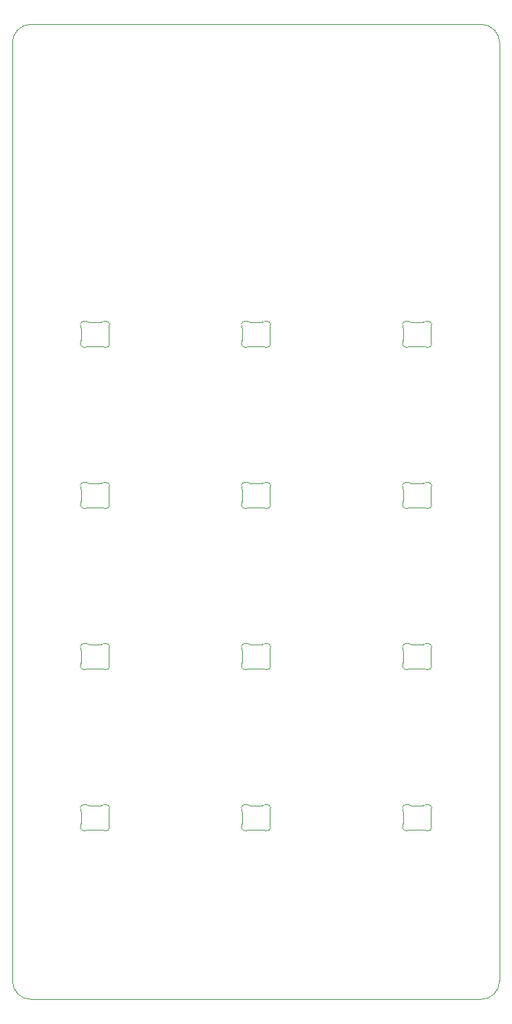
<source format=gbr>
%TF.GenerationSoftware,KiCad,Pcbnew,5.99.0-1.20210824gita02ea16.fc34*%
%TF.CreationDate,2021-08-29T08:53:45+03:00*%
%TF.ProjectId,Macropad,4d616372-6f70-4616-942e-6b696361645f,rev?*%
%TF.SameCoordinates,Original*%
%TF.FileFunction,Profile,NP*%
%FSLAX46Y46*%
G04 Gerber Fmt 4.6, Leading zero omitted, Abs format (unit mm)*
G04 Created by KiCad (PCBNEW 5.99.0-1.20210824gita02ea16.fc34) date 2021-08-29 08:53:45*
%MOMM*%
%LPD*%
G01*
G04 APERTURE LIST*
%TA.AperFunction,Profile*%
%ADD10C,0.050000*%
%TD*%
%TA.AperFunction,Profile*%
%ADD11C,0.100000*%
%TD*%
G04 APERTURE END LIST*
D10*
X78740000Y-140970000D02*
X78740000Y-25654000D01*
X136398000Y-143256000D02*
X81026000Y-143256000D01*
X138684000Y-25654000D02*
X138684000Y-140970000D01*
X136398000Y-23368000D02*
X81026000Y-23368000D01*
X138684000Y-140970000D02*
G75*
G02*
X136398000Y-143256000I-2286000J0D01*
G01*
X81026000Y-143256000D02*
G75*
G02*
X78740000Y-140970000I0J2286000D01*
G01*
X78740000Y-25654000D02*
G75*
G02*
X81026000Y-23368000I2286000J0D01*
G01*
X136398000Y-23368000D02*
G75*
G02*
X138684000Y-25654000I0J-2286000D01*
G01*
D11*
%TO.C,LED1*%
X88105548Y-59968001D02*
X89694453Y-59968001D01*
X87200001Y-62170842D02*
X87200001Y-60765158D01*
X90599999Y-60765158D02*
X90599999Y-62170842D01*
X89694452Y-62968000D02*
X88105548Y-62968000D01*
X90599999Y-60765157D02*
G75*
G02*
X90649484Y-60548280I500000J-1D01*
G01*
X87853290Y-63036299D02*
G75*
G02*
X88105548Y-62968000I252258J-431701D01*
G01*
X88105547Y-59968000D02*
G75*
G02*
X87853289Y-59899701I1J499999D01*
G01*
X90649484Y-62387719D02*
G75*
G02*
X89946711Y-63036299I-450515J-216879D01*
G01*
X87150516Y-60548280D02*
G75*
G02*
X87200001Y-60765158I-450515J-216878D01*
G01*
X89694452Y-62968000D02*
G75*
G02*
X89946711Y-63036299I0J-500000D01*
G01*
X87150516Y-60548280D02*
G75*
G02*
X87853289Y-59899701I450515J216878D01*
G01*
X87200001Y-62170843D02*
G75*
G02*
X87150516Y-62387720I-500000J1D01*
G01*
X87853289Y-63036297D02*
G75*
G02*
X87150516Y-62387720I-252258J431700D01*
G01*
X89946711Y-59899703D02*
G75*
G02*
X90649484Y-60548280I252258J-431700D01*
G01*
X89946711Y-59899702D02*
G75*
G02*
X89694453Y-59968001I-252258J431701D01*
G01*
X90649484Y-62387720D02*
G75*
G02*
X90599999Y-62170842I450515J216878D01*
G01*
%TO.C,LED2*%
X107012001Y-62170842D02*
X107012001Y-60765158D01*
X109506452Y-62968000D02*
X107917548Y-62968000D01*
X107917548Y-59968001D02*
X109506453Y-59968001D01*
X110411999Y-60765158D02*
X110411999Y-62170842D01*
X110461484Y-62387720D02*
G75*
G02*
X110411999Y-62170842I450515J216878D01*
G01*
X109506452Y-62968000D02*
G75*
G02*
X109758711Y-63036299I0J-500000D01*
G01*
X107665290Y-63036299D02*
G75*
G02*
X107917548Y-62968000I252258J-431701D01*
G01*
X106962516Y-60548280D02*
G75*
G02*
X107012001Y-60765158I-450515J-216878D01*
G01*
X110411999Y-60765157D02*
G75*
G02*
X110461484Y-60548280I500000J-1D01*
G01*
X109758711Y-59899702D02*
G75*
G02*
X109506453Y-59968001I-252258J431701D01*
G01*
X109758711Y-59899703D02*
G75*
G02*
X110461484Y-60548280I252258J-431700D01*
G01*
X107665289Y-63036297D02*
G75*
G02*
X106962516Y-62387720I-252258J431700D01*
G01*
X110461484Y-62387719D02*
G75*
G02*
X109758711Y-63036299I-450515J-216879D01*
G01*
X107917547Y-59968000D02*
G75*
G02*
X107665289Y-59899701I1J499999D01*
G01*
X106962516Y-60548280D02*
G75*
G02*
X107665289Y-59899701I450515J216878D01*
G01*
X107012001Y-62170843D02*
G75*
G02*
X106962516Y-62387720I-500000J1D01*
G01*
%TO.C,LED3*%
X129318452Y-62968000D02*
X127729548Y-62968000D01*
X130223999Y-60765158D02*
X130223999Y-62170842D01*
X127729548Y-59968001D02*
X129318453Y-59968001D01*
X126824001Y-62170842D02*
X126824001Y-60765158D01*
X127729547Y-59968000D02*
G75*
G02*
X127477289Y-59899701I1J499999D01*
G01*
X130223999Y-60765157D02*
G75*
G02*
X130273484Y-60548280I500000J-1D01*
G01*
X129318452Y-62968000D02*
G75*
G02*
X129570711Y-63036299I0J-500000D01*
G01*
X126774516Y-60548280D02*
G75*
G02*
X127477289Y-59899701I450515J216878D01*
G01*
X127477290Y-63036299D02*
G75*
G02*
X127729548Y-62968000I252258J-431701D01*
G01*
X126774516Y-60548280D02*
G75*
G02*
X126824001Y-60765158I-450515J-216878D01*
G01*
X129570711Y-59899702D02*
G75*
G02*
X129318453Y-59968001I-252258J431701D01*
G01*
X127477289Y-63036297D02*
G75*
G02*
X126774516Y-62387720I-252258J431700D01*
G01*
X129570711Y-59899703D02*
G75*
G02*
X130273484Y-60548280I252258J-431700D01*
G01*
X130273484Y-62387720D02*
G75*
G02*
X130223999Y-62170842I450515J216878D01*
G01*
X126824001Y-62170843D02*
G75*
G02*
X126774516Y-62387720I-500000J1D01*
G01*
X130273484Y-62387719D02*
G75*
G02*
X129570711Y-63036299I-450515J-216879D01*
G01*
%TO.C,LED4*%
X87200001Y-81982842D02*
X87200001Y-80577158D01*
X89694452Y-82780000D02*
X88105548Y-82780000D01*
X88105548Y-79780001D02*
X89694453Y-79780001D01*
X90599999Y-80577158D02*
X90599999Y-81982842D01*
X90649484Y-82199719D02*
G75*
G02*
X89946711Y-82848299I-450515J-216879D01*
G01*
X87853290Y-82848299D02*
G75*
G02*
X88105548Y-82780000I252258J-431701D01*
G01*
X87150516Y-80360280D02*
G75*
G02*
X87853289Y-79711701I450515J216878D01*
G01*
X90649484Y-82199720D02*
G75*
G02*
X90599999Y-81982842I450515J216878D01*
G01*
X87200001Y-81982843D02*
G75*
G02*
X87150516Y-82199720I-500000J1D01*
G01*
X89946711Y-79711703D02*
G75*
G02*
X90649484Y-80360280I252258J-431700D01*
G01*
X87853289Y-82848297D02*
G75*
G02*
X87150516Y-82199720I-252258J431700D01*
G01*
X87150516Y-80360280D02*
G75*
G02*
X87200001Y-80577158I-450515J-216878D01*
G01*
X88105547Y-79780000D02*
G75*
G02*
X87853289Y-79711701I1J499999D01*
G01*
X90599999Y-80577157D02*
G75*
G02*
X90649484Y-80360280I500000J-1D01*
G01*
X89946711Y-79711702D02*
G75*
G02*
X89694453Y-79780001I-252258J431701D01*
G01*
X89694452Y-82780000D02*
G75*
G02*
X89946711Y-82848299I0J-500000D01*
G01*
%TO.C,LED5*%
X110411999Y-80577158D02*
X110411999Y-81982842D01*
X109506452Y-82780000D02*
X107917548Y-82780000D01*
X107012001Y-81982842D02*
X107012001Y-80577158D01*
X107917548Y-79780001D02*
X109506453Y-79780001D01*
X110461484Y-82199719D02*
G75*
G02*
X109758711Y-82848299I-450515J-216879D01*
G01*
X107917547Y-79780000D02*
G75*
G02*
X107665289Y-79711701I1J499999D01*
G01*
X109758711Y-79711702D02*
G75*
G02*
X109506453Y-79780001I-252258J431701D01*
G01*
X109506452Y-82780000D02*
G75*
G02*
X109758711Y-82848299I0J-500000D01*
G01*
X110411999Y-80577157D02*
G75*
G02*
X110461484Y-80360280I500000J-1D01*
G01*
X107665289Y-82848297D02*
G75*
G02*
X106962516Y-82199720I-252258J431700D01*
G01*
X107012001Y-81982843D02*
G75*
G02*
X106962516Y-82199720I-500000J1D01*
G01*
X110461484Y-82199720D02*
G75*
G02*
X110411999Y-81982842I450515J216878D01*
G01*
X106962516Y-80360280D02*
G75*
G02*
X107012001Y-80577158I-450515J-216878D01*
G01*
X107665290Y-82848299D02*
G75*
G02*
X107917548Y-82780000I252258J-431701D01*
G01*
X109758711Y-79711703D02*
G75*
G02*
X110461484Y-80360280I252258J-431700D01*
G01*
X106962516Y-80360280D02*
G75*
G02*
X107665289Y-79711701I450515J216878D01*
G01*
%TO.C,LED6*%
X130223999Y-80577158D02*
X130223999Y-81982842D01*
X127729548Y-79780001D02*
X129318453Y-79780001D01*
X126824001Y-81982842D02*
X126824001Y-80577158D01*
X129318452Y-82780000D02*
X127729548Y-82780000D01*
X129318452Y-82780000D02*
G75*
G02*
X129570711Y-82848299I0J-500000D01*
G01*
X126774516Y-80360280D02*
G75*
G02*
X127477289Y-79711701I450515J216878D01*
G01*
X130273484Y-82199720D02*
G75*
G02*
X130223999Y-81982842I450515J216878D01*
G01*
X129570711Y-79711703D02*
G75*
G02*
X130273484Y-80360280I252258J-431700D01*
G01*
X130273484Y-82199719D02*
G75*
G02*
X129570711Y-82848299I-450515J-216879D01*
G01*
X127729547Y-79780000D02*
G75*
G02*
X127477289Y-79711701I1J499999D01*
G01*
X127477289Y-82848297D02*
G75*
G02*
X126774516Y-82199720I-252258J431700D01*
G01*
X129570711Y-79711702D02*
G75*
G02*
X129318453Y-79780001I-252258J431701D01*
G01*
X130223999Y-80577157D02*
G75*
G02*
X130273484Y-80360280I500000J-1D01*
G01*
X127477290Y-82848299D02*
G75*
G02*
X127729548Y-82780000I252258J-431701D01*
G01*
X126824001Y-81982843D02*
G75*
G02*
X126774516Y-82199720I-500000J1D01*
G01*
X126774516Y-80360280D02*
G75*
G02*
X126824001Y-80577158I-450515J-216878D01*
G01*
%TO.C,LED7*%
X89694452Y-102592000D02*
X88105548Y-102592000D01*
X87200001Y-101794842D02*
X87200001Y-100389158D01*
X88105548Y-99592001D02*
X89694453Y-99592001D01*
X90599999Y-100389158D02*
X90599999Y-101794842D01*
X90599999Y-100389157D02*
G75*
G02*
X90649484Y-100172280I500000J-1D01*
G01*
X90649484Y-102011720D02*
G75*
G02*
X90599999Y-101794842I450515J216878D01*
G01*
X87853289Y-102660297D02*
G75*
G02*
X87150516Y-102011720I-252258J431700D01*
G01*
X89946711Y-99523702D02*
G75*
G02*
X89694453Y-99592001I-252258J431701D01*
G01*
X90649484Y-102011719D02*
G75*
G02*
X89946711Y-102660299I-450515J-216879D01*
G01*
X87853290Y-102660299D02*
G75*
G02*
X88105548Y-102592000I252258J-431701D01*
G01*
X89946711Y-99523703D02*
G75*
G02*
X90649484Y-100172280I252258J-431700D01*
G01*
X89694452Y-102592000D02*
G75*
G02*
X89946711Y-102660299I0J-500000D01*
G01*
X87150516Y-100172280D02*
G75*
G02*
X87853289Y-99523701I450515J216878D01*
G01*
X88105547Y-99592000D02*
G75*
G02*
X87853289Y-99523701I1J499999D01*
G01*
X87150516Y-100172280D02*
G75*
G02*
X87200001Y-100389158I-450515J-216878D01*
G01*
X87200001Y-101794843D02*
G75*
G02*
X87150516Y-102011720I-500000J1D01*
G01*
%TO.C,LED8*%
X107012001Y-101794842D02*
X107012001Y-100389158D01*
X110411999Y-100389158D02*
X110411999Y-101794842D01*
X107917548Y-99592001D02*
X109506453Y-99592001D01*
X109506452Y-102592000D02*
X107917548Y-102592000D01*
X106962516Y-100172280D02*
G75*
G02*
X107665289Y-99523701I450515J216878D01*
G01*
X107012001Y-101794843D02*
G75*
G02*
X106962516Y-102011720I-500000J1D01*
G01*
X107917547Y-99592000D02*
G75*
G02*
X107665289Y-99523701I1J499999D01*
G01*
X110461484Y-102011719D02*
G75*
G02*
X109758711Y-102660299I-450515J-216879D01*
G01*
X107665290Y-102660299D02*
G75*
G02*
X107917548Y-102592000I252258J-431701D01*
G01*
X109506452Y-102592000D02*
G75*
G02*
X109758711Y-102660299I0J-500000D01*
G01*
X106962516Y-100172280D02*
G75*
G02*
X107012001Y-100389158I-450515J-216878D01*
G01*
X109758711Y-99523703D02*
G75*
G02*
X110461484Y-100172280I252258J-431700D01*
G01*
X110411999Y-100389157D02*
G75*
G02*
X110461484Y-100172280I500000J-1D01*
G01*
X107665289Y-102660297D02*
G75*
G02*
X106962516Y-102011720I-252258J431700D01*
G01*
X110461484Y-102011720D02*
G75*
G02*
X110411999Y-101794842I450515J216878D01*
G01*
X109758711Y-99523702D02*
G75*
G02*
X109506453Y-99592001I-252258J431701D01*
G01*
%TO.C,LED9*%
X130223999Y-100389158D02*
X130223999Y-101794842D01*
X126824001Y-101794842D02*
X126824001Y-100389158D01*
X129318452Y-102592000D02*
X127729548Y-102592000D01*
X127729548Y-99592001D02*
X129318453Y-99592001D01*
X130273484Y-102011720D02*
G75*
G02*
X130223999Y-101794842I450515J216878D01*
G01*
X130273484Y-102011719D02*
G75*
G02*
X129570711Y-102660299I-450515J-216879D01*
G01*
X129570711Y-99523703D02*
G75*
G02*
X130273484Y-100172280I252258J-431700D01*
G01*
X126774516Y-100172280D02*
G75*
G02*
X127477289Y-99523701I450515J216878D01*
G01*
X129318452Y-102592000D02*
G75*
G02*
X129570711Y-102660299I0J-500000D01*
G01*
X126824001Y-101794843D02*
G75*
G02*
X126774516Y-102011720I-500000J1D01*
G01*
X127477290Y-102660299D02*
G75*
G02*
X127729548Y-102592000I252258J-431701D01*
G01*
X127729547Y-99592000D02*
G75*
G02*
X127477289Y-99523701I1J499999D01*
G01*
X127477289Y-102660297D02*
G75*
G02*
X126774516Y-102011720I-252258J431700D01*
G01*
X126774516Y-100172280D02*
G75*
G02*
X126824001Y-100389158I-450515J-216878D01*
G01*
X129570711Y-99523702D02*
G75*
G02*
X129318453Y-99592001I-252258J431701D01*
G01*
X130223999Y-100389157D02*
G75*
G02*
X130273484Y-100172280I500000J-1D01*
G01*
%TO.C,LED10*%
X89694452Y-122404000D02*
X88105548Y-122404000D01*
X87200001Y-121606842D02*
X87200001Y-120201158D01*
X90599999Y-120201158D02*
X90599999Y-121606842D01*
X88105548Y-119404001D02*
X89694453Y-119404001D01*
X89946711Y-119335703D02*
G75*
G02*
X90649484Y-119984280I252258J-431700D01*
G01*
X89694452Y-122404000D02*
G75*
G02*
X89946711Y-122472299I0J-500000D01*
G01*
X87853289Y-122472297D02*
G75*
G02*
X87150516Y-121823720I-252258J431700D01*
G01*
X89946711Y-119335702D02*
G75*
G02*
X89694453Y-119404001I-252258J431701D01*
G01*
X88105547Y-119404000D02*
G75*
G02*
X87853289Y-119335701I1J499999D01*
G01*
X90649484Y-121823719D02*
G75*
G02*
X89946711Y-122472299I-450515J-216879D01*
G01*
X90649484Y-121823720D02*
G75*
G02*
X90599999Y-121606842I450515J216878D01*
G01*
X90599999Y-120201157D02*
G75*
G02*
X90649484Y-119984280I500000J-1D01*
G01*
X87150516Y-119984280D02*
G75*
G02*
X87853289Y-119335701I450515J216878D01*
G01*
X87200001Y-121606843D02*
G75*
G02*
X87150516Y-121823720I-500000J1D01*
G01*
X87853290Y-122472299D02*
G75*
G02*
X88105548Y-122404000I252258J-431701D01*
G01*
X87150516Y-119984280D02*
G75*
G02*
X87200001Y-120201158I-450515J-216878D01*
G01*
%TO.C,LED11*%
X109506452Y-122404000D02*
X107917548Y-122404000D01*
X110411999Y-120201158D02*
X110411999Y-121606842D01*
X107917548Y-119404001D02*
X109506453Y-119404001D01*
X107012001Y-121606842D02*
X107012001Y-120201158D01*
X110461484Y-121823720D02*
G75*
G02*
X110411999Y-121606842I450515J216878D01*
G01*
X109758711Y-119335703D02*
G75*
G02*
X110461484Y-119984280I252258J-431700D01*
G01*
X107917547Y-119404000D02*
G75*
G02*
X107665289Y-119335701I1J499999D01*
G01*
X110411999Y-120201157D02*
G75*
G02*
X110461484Y-119984280I500000J-1D01*
G01*
X106962516Y-119984280D02*
G75*
G02*
X107665289Y-119335701I450515J216878D01*
G01*
X109758711Y-119335702D02*
G75*
G02*
X109506453Y-119404001I-252258J431701D01*
G01*
X107665290Y-122472299D02*
G75*
G02*
X107917548Y-122404000I252258J-431701D01*
G01*
X107665289Y-122472297D02*
G75*
G02*
X106962516Y-121823720I-252258J431700D01*
G01*
X107012001Y-121606843D02*
G75*
G02*
X106962516Y-121823720I-500000J1D01*
G01*
X109506452Y-122404000D02*
G75*
G02*
X109758711Y-122472299I0J-500000D01*
G01*
X110461484Y-121823719D02*
G75*
G02*
X109758711Y-122472299I-450515J-216879D01*
G01*
X106962516Y-119984280D02*
G75*
G02*
X107012001Y-120201158I-450515J-216878D01*
G01*
%TO.C,LED12*%
X129318452Y-122404000D02*
X127729548Y-122404000D01*
X127729548Y-119404001D02*
X129318453Y-119404001D01*
X130223999Y-120201158D02*
X130223999Y-121606842D01*
X126824001Y-121606842D02*
X126824001Y-120201158D01*
X130223999Y-120201157D02*
G75*
G02*
X130273484Y-119984280I500000J-1D01*
G01*
X126824001Y-121606843D02*
G75*
G02*
X126774516Y-121823720I-500000J1D01*
G01*
X129570711Y-119335703D02*
G75*
G02*
X130273484Y-119984280I252258J-431700D01*
G01*
X130273484Y-121823719D02*
G75*
G02*
X129570711Y-122472299I-450515J-216879D01*
G01*
X129318452Y-122404000D02*
G75*
G02*
X129570711Y-122472299I0J-500000D01*
G01*
X126774516Y-119984280D02*
G75*
G02*
X127477289Y-119335701I450515J216878D01*
G01*
X127729547Y-119404000D02*
G75*
G02*
X127477289Y-119335701I1J499999D01*
G01*
X127477290Y-122472299D02*
G75*
G02*
X127729548Y-122404000I252258J-431701D01*
G01*
X127477289Y-122472297D02*
G75*
G02*
X126774516Y-121823720I-252258J431700D01*
G01*
X129570711Y-119335702D02*
G75*
G02*
X129318453Y-119404001I-252258J431701D01*
G01*
X126774516Y-119984280D02*
G75*
G02*
X126824001Y-120201158I-450515J-216878D01*
G01*
X130273484Y-121823720D02*
G75*
G02*
X130223999Y-121606842I450515J216878D01*
G01*
%TD*%
M02*

</source>
